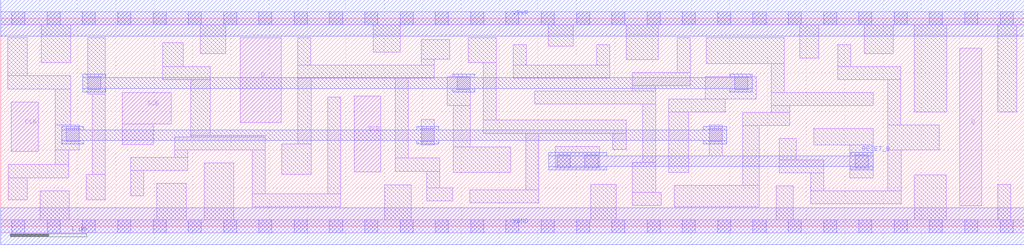
<source format=lef>
# Copyright 2020 The SkyWater PDK Authors
#
# Licensed under the Apache License, Version 2.0 (the "License");
# you may not use this file except in compliance with the License.
# You may obtain a copy of the License at
#
#     https://www.apache.org/licenses/LICENSE-2.0
#
# Unless required by applicable law or agreed to in writing, software
# distributed under the License is distributed on an "AS IS" BASIS,
# WITHOUT WARRANTIES OR CONDITIONS OF ANY KIND, either express or implied.
# See the License for the specific language governing permissions and
# limitations under the License.
#
# SPDX-License-Identifier: Apache-2.0

VERSION 5.7 ;
  NAMESCASESENSITIVE ON ;
  NOWIREEXTENSIONATPIN ON ;
  DIVIDERCHAR "/" ;
  BUSBITCHARS "[]" ;
UNITS
  DATABASE MICRONS 200 ;
END UNITS
PROPERTYDEFINITIONS
  MACRO maskLayoutSubType STRING ;
  MACRO prCellType STRING ;
  MACRO originalViewName STRING ;
END PROPERTYDEFINITIONS
MACRO sky130_fd_sc_hdll__sdfrtp_2
  CLASS CORE ;
  FOREIGN sky130_fd_sc_hdll__sdfrtp_2 ;
  ORIGIN  0.000000  0.000000 ;
  SIZE  13.34000 BY  2.720000 ;
  SYMMETRY X Y R90 ;
  SITE unithd ;
  PIN CLK
    ANTENNAGATEAREA  0.277500 ;
    DIRECTION INPUT ;
    USE SIGNAL ;
    PORT
      LAYER li1 ;
        RECT 0.140000 0.975000 0.490000 1.625000 ;
    END
  END CLK
  PIN D
    ANTENNAGATEAREA  0.160200 ;
    DIRECTION INPUT ;
    USE SIGNAL ;
    PORT
      LAYER li1 ;
        RECT 3.120000 1.355000 3.655000 2.465000 ;
    END
  END D
  PIN Q
    ANTENNADIFFAREA  0.498000 ;
    DIRECTION OUTPUT ;
    USE SIGNAL ;
    PORT
      LAYER li1 ;
        RECT 12.500000 0.265000 12.785000 2.325000 ;
    END
  END Q
  PIN RESET_B
    ANTENNAGATEAREA  0.277200 ;
    DIRECTION INPUT ;
    USE SIGNAL ;
    PORT
      LAYER met1 ;
        RECT  7.145000 0.735000  7.900000 0.780000 ;
        RECT  7.145000 0.780000 11.370000 0.920000 ;
        RECT  7.145000 0.920000  7.900000 0.965000 ;
        RECT 11.080000 0.735000 11.370000 0.780000 ;
        RECT 11.080000 0.920000 11.370000 0.965000 ;
    END
  END RESET_B
  PIN SCD
    ANTENNAGATEAREA  0.172800 ;
    DIRECTION INPUT ;
    USE SIGNAL ;
    PORT
      LAYER li1 ;
        RECT 4.610000 0.710000 4.955000 1.700000 ;
    END
  END SCD
  PIN SCE
    ANTENNAGATEAREA  0.467400 ;
    DIRECTION INPUT ;
    USE SIGNAL ;
    PORT
      LAYER li1 ;
        RECT 1.585000 1.070000 1.990000 1.335000 ;
        RECT 1.585000 1.335000 2.220000 1.745000 ;
    END
  END SCE
  PIN VGND
    DIRECTION INOUT ;
    USE GROUND ;
    PORT
      LAYER met1 ;
        RECT 0.000000 -0.240000 13.340000 0.240000 ;
    END
  END VGND
  PIN VPWR
    DIRECTION INOUT ;
    USE POWER ;
    PORT
      LAYER met1 ;
        RECT 0.000000 2.480000 13.340000 2.960000 ;
    END
  END VPWR
  OBS
    LAYER li1 ;
      RECT  0.000000 -0.085000 13.340000 0.085000 ;
      RECT  0.000000  2.635000 13.340000 2.805000 ;
      RECT  0.090000  1.795000  0.915000 1.965000 ;
      RECT  0.090000  1.965000  0.345000 2.465000 ;
      RECT  0.095000  0.345000  0.345000 0.635000 ;
      RECT  0.095000  0.635000  0.885000 0.805000 ;
      RECT  0.515000  0.085000  0.895000 0.465000 ;
      RECT  0.530000  2.135000  0.910000 2.635000 ;
      RECT  0.710000  0.805000  0.885000 0.995000 ;
      RECT  0.710000  0.995000  1.025000 1.325000 ;
      RECT  0.710000  1.325000  0.915000 1.795000 ;
      RECT  1.115000  0.345000  1.365000 0.675000 ;
      RECT  1.135000  1.730000  1.365000 2.465000 ;
      RECT  1.195000  0.675000  1.365000 1.730000 ;
      RECT  1.695000  0.395000  1.865000 0.730000 ;
      RECT  1.695000  0.730000  2.435000 0.900000 ;
      RECT  2.035000  0.085000  2.415000 0.560000 ;
      RECT  2.110000  1.915000  2.730000 2.085000 ;
      RECT  2.110000  2.085000  2.380000 2.400000 ;
      RECT  2.265000  0.900000  2.435000 0.995000 ;
      RECT  2.265000  0.995000  3.445000 1.165000 ;
      RECT  2.475000  1.165000  3.445000 1.185000 ;
      RECT  2.475000  1.185000  2.730000 1.915000 ;
      RECT  2.600000  2.255000  2.930000 2.635000 ;
      RECT  2.655000  0.085000  3.035000 0.825000 ;
      RECT  3.275000  0.255000  4.435000 0.425000 ;
      RECT  3.275000  0.425000  3.445000 0.995000 ;
      RECT  3.665000  0.675000  4.045000 1.075000 ;
      RECT  3.870000  1.075000  4.045000 1.935000 ;
      RECT  3.870000  1.935000  5.650000 2.105000 ;
      RECT  3.870000  2.105000  4.040000 2.465000 ;
      RECT  4.265000  0.425000  4.435000 1.685000 ;
      RECT  4.855000  2.275000  5.205000 2.635000 ;
      RECT  5.005000  0.085000  5.350000 0.540000 ;
      RECT  5.140000  0.715000  5.720000 0.895000 ;
      RECT  5.140000  0.895000  5.310000 1.935000 ;
      RECT  5.480000  1.065000  5.650000 1.395000 ;
      RECT  5.480000  2.105000  5.650000 2.185000 ;
      RECT  5.480000  2.185000  5.850000 2.435000 ;
      RECT  5.550000  0.335000  5.890000 0.505000 ;
      RECT  5.550000  0.505000  5.720000 0.715000 ;
      RECT  5.820000  1.575000  6.120000 1.955000 ;
      RECT  5.900000  0.705000  6.650000 1.035000 ;
      RECT  5.900000  1.035000  6.120000 1.575000 ;
      RECT  6.095000  2.135000  6.460000 2.465000 ;
      RECT  6.110000  0.305000  7.010000 0.475000 ;
      RECT  6.290000  1.215000  8.150000 1.385000 ;
      RECT  6.290000  1.385000  6.460000 2.135000 ;
      RECT  6.680000  1.935000  7.940000 2.105000 ;
      RECT  6.680000  2.105000  6.850000 2.375000 ;
      RECT  6.840000  0.475000  7.010000 1.215000 ;
      RECT  6.960000  1.595000  8.540000 1.765000 ;
      RECT  7.135000  2.355000  7.465000 2.635000 ;
      RECT  7.230000  0.765000  7.810000 1.045000 ;
      RECT  7.690000  0.085000  8.020000 0.545000 ;
      RECT  7.770000  2.105000  7.940000 2.375000 ;
      RECT  7.980000  1.005000  8.150000 1.215000 ;
      RECT  8.150000  2.175000  8.570000 2.635000 ;
      RECT  8.230000  0.275000  8.610000 0.445000 ;
      RECT  8.230000  0.445000  8.540000 0.835000 ;
      RECT  8.230000  1.765000  8.540000 1.835000 ;
      RECT  8.230000  1.835000  8.985000 2.005000 ;
      RECT  8.370000  0.835000  8.540000 1.595000 ;
      RECT  8.710000  0.705000  8.970000 1.495000 ;
      RECT  8.710000  1.495000  9.445000 1.660000 ;
      RECT  8.710000  1.660000  9.845000 1.665000 ;
      RECT  8.780000  0.255000  9.890000 0.535000 ;
      RECT  8.815000  2.005000  8.985000 2.465000 ;
      RECT  9.185000  1.665000  9.845000 1.955000 ;
      RECT  9.195000  2.125000 10.215000 2.465000 ;
      RECT  9.235000  0.920000  9.405000 1.325000 ;
      RECT  9.670000  0.535000  9.890000 1.315000 ;
      RECT  9.670000  1.315000 10.285000 1.485000 ;
      RECT 10.040000  1.485000 10.285000 1.575000 ;
      RECT 10.040000  1.575000 11.370000 1.745000 ;
      RECT 10.040000  1.745000 10.215000 2.125000 ;
      RECT 10.110000  0.085000 10.330000 0.525000 ;
      RECT 10.150000  0.695000 10.730000 0.865000 ;
      RECT 10.150000  0.865000 10.370000 1.145000 ;
      RECT 10.415000  2.195000 10.665000 2.635000 ;
      RECT 10.560000  0.295000 11.735000 0.465000 ;
      RECT 10.560000  0.465000 10.730000 0.695000 ;
      RECT 10.600000  1.065000 11.370000 1.275000 ;
      RECT 10.910000  1.915000 11.730000 2.085000 ;
      RECT 10.910000  2.085000 11.080000 2.375000 ;
      RECT 11.065000  0.635000 11.370000 1.065000 ;
      RECT 11.255000  2.255000 11.635000 2.635000 ;
      RECT 11.560000  0.465000 11.735000 0.995000 ;
      RECT 11.560000  0.995000 12.235000 1.325000 ;
      RECT 11.560000  1.325000 11.730000 1.915000 ;
      RECT 11.905000  0.085000 12.325000 0.670000 ;
      RECT 11.905000  1.495000 12.330000 2.635000 ;
      RECT 12.995000  0.085000 13.165000 0.545000 ;
      RECT 12.995000  1.495000 13.245000 2.635000 ;
    LAYER mcon ;
      RECT  0.145000 -0.085000  0.315000 0.085000 ;
      RECT  0.145000  2.635000  0.315000 2.805000 ;
      RECT  0.605000 -0.085000  0.775000 0.085000 ;
      RECT  0.605000  2.635000  0.775000 2.805000 ;
      RECT  0.855000  1.105000  1.025000 1.275000 ;
      RECT  1.065000 -0.085000  1.235000 0.085000 ;
      RECT  1.065000  2.635000  1.235000 2.805000 ;
      RECT  1.135000  1.785000  1.305000 1.955000 ;
      RECT  1.525000 -0.085000  1.695000 0.085000 ;
      RECT  1.525000  2.635000  1.695000 2.805000 ;
      RECT  1.985000 -0.085000  2.155000 0.085000 ;
      RECT  1.985000  2.635000  2.155000 2.805000 ;
      RECT  2.445000 -0.085000  2.615000 0.085000 ;
      RECT  2.445000  2.635000  2.615000 2.805000 ;
      RECT  2.905000 -0.085000  3.075000 0.085000 ;
      RECT  2.905000  2.635000  3.075000 2.805000 ;
      RECT  3.365000 -0.085000  3.535000 0.085000 ;
      RECT  3.365000  2.635000  3.535000 2.805000 ;
      RECT  3.825000 -0.085000  3.995000 0.085000 ;
      RECT  3.825000  2.635000  3.995000 2.805000 ;
      RECT  4.285000 -0.085000  4.455000 0.085000 ;
      RECT  4.285000  2.635000  4.455000 2.805000 ;
      RECT  4.745000 -0.085000  4.915000 0.085000 ;
      RECT  4.745000  2.635000  4.915000 2.805000 ;
      RECT  5.205000 -0.085000  5.375000 0.085000 ;
      RECT  5.205000  2.635000  5.375000 2.805000 ;
      RECT  5.480000  1.105000  5.650000 1.275000 ;
      RECT  5.665000 -0.085000  5.835000 0.085000 ;
      RECT  5.665000  2.635000  5.835000 2.805000 ;
      RECT  5.950000  1.785000  6.120000 1.955000 ;
      RECT  6.125000 -0.085000  6.295000 0.085000 ;
      RECT  6.125000  2.635000  6.295000 2.805000 ;
      RECT  6.585000 -0.085000  6.755000 0.085000 ;
      RECT  6.585000  2.635000  6.755000 2.805000 ;
      RECT  7.045000 -0.085000  7.215000 0.085000 ;
      RECT  7.045000  2.635000  7.215000 2.805000 ;
      RECT  7.255000  0.765000  7.425000 0.935000 ;
      RECT  7.505000 -0.085000  7.675000 0.085000 ;
      RECT  7.505000  2.635000  7.675000 2.805000 ;
      RECT  7.615000  0.765000  7.785000 0.935000 ;
      RECT  7.965000 -0.085000  8.135000 0.085000 ;
      RECT  7.965000  2.635000  8.135000 2.805000 ;
      RECT  8.425000 -0.085000  8.595000 0.085000 ;
      RECT  8.425000  2.635000  8.595000 2.805000 ;
      RECT  8.885000 -0.085000  9.055000 0.085000 ;
      RECT  8.885000  2.635000  9.055000 2.805000 ;
      RECT  9.235000  1.105000  9.405000 1.275000 ;
      RECT  9.345000 -0.085000  9.515000 0.085000 ;
      RECT  9.345000  2.635000  9.515000 2.805000 ;
      RECT  9.565000  1.785000  9.735000 1.955000 ;
      RECT  9.805000 -0.085000  9.975000 0.085000 ;
      RECT  9.805000  2.635000  9.975000 2.805000 ;
      RECT 10.265000 -0.085000 10.435000 0.085000 ;
      RECT 10.265000  2.635000 10.435000 2.805000 ;
      RECT 10.725000 -0.085000 10.895000 0.085000 ;
      RECT 10.725000  2.635000 10.895000 2.805000 ;
      RECT 11.140000  0.765000 11.310000 0.935000 ;
      RECT 11.185000 -0.085000 11.355000 0.085000 ;
      RECT 11.185000  2.635000 11.355000 2.805000 ;
      RECT 11.645000 -0.085000 11.815000 0.085000 ;
      RECT 11.645000  2.635000 11.815000 2.805000 ;
      RECT 12.105000 -0.085000 12.275000 0.085000 ;
      RECT 12.105000  2.635000 12.275000 2.805000 ;
      RECT 12.565000 -0.085000 12.735000 0.085000 ;
      RECT 12.565000  2.635000 12.735000 2.805000 ;
      RECT 13.025000 -0.085000 13.195000 0.085000 ;
      RECT 13.025000  2.635000 13.195000 2.805000 ;
    LAYER met1 ;
      RECT 0.795000 1.075000 1.085000 1.120000 ;
      RECT 0.795000 1.120000 9.465000 1.260000 ;
      RECT 0.795000 1.260000 1.085000 1.305000 ;
      RECT 1.070000 1.755000 1.370000 1.800000 ;
      RECT 1.070000 1.800000 9.795000 1.940000 ;
      RECT 1.070000 1.940000 1.370000 1.985000 ;
      RECT 5.420000 1.075000 5.710000 1.120000 ;
      RECT 5.420000 1.260000 5.710000 1.305000 ;
      RECT 5.890000 1.755000 6.180000 1.800000 ;
      RECT 5.890000 1.940000 6.180000 1.985000 ;
      RECT 9.155000 1.075000 9.465000 1.120000 ;
      RECT 9.155000 1.260000 9.465000 1.305000 ;
      RECT 9.500000 1.755000 9.795000 1.800000 ;
      RECT 9.500000 1.940000 9.795000 1.985000 ;
  END
  PROPERTY maskLayoutSubType "abstract" ;
  PROPERTY prCellType "standard" ;
  PROPERTY originalViewName "layout" ;
END sky130_fd_sc_hdll__sdfrtp_2

</source>
